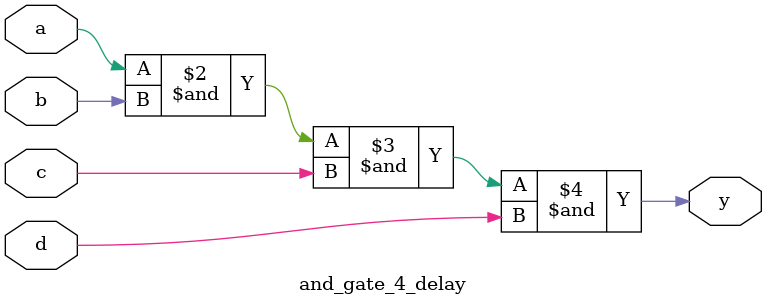
<source format=sv>
module and_gate_4_delay (
    input wire a,  // Input A
    input wire b,  // Input B
    input wire c,  // Input C
    input wire d,  // Input D
    output reg y   // Output Y
);
    always @(a, b, c, d) begin
        #3 y = a & b & c & d;  // AND operation with 3-time unit delay
    end
endmodule

</source>
